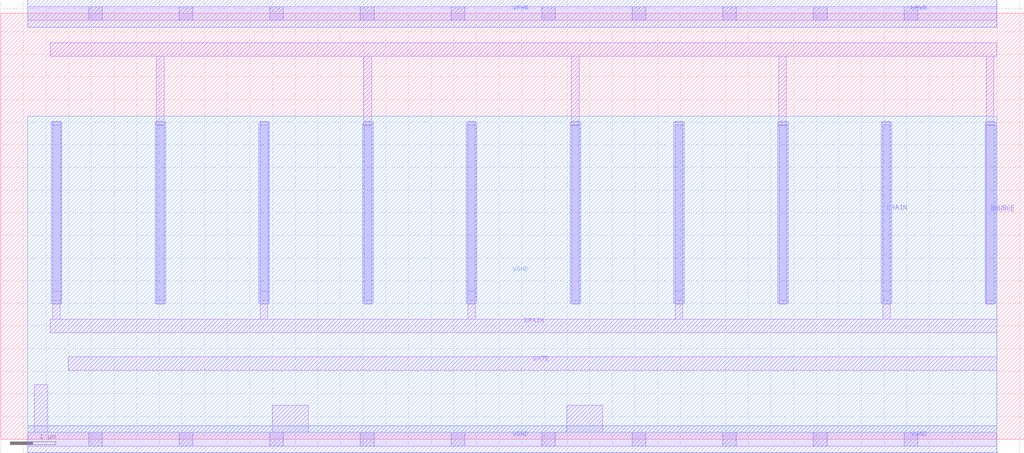
<source format=lef>
VERSION 5.7 ;
  NOWIREEXTENSIONATPIN ON ;
  DIVIDERCHAR "/" ;
  BUSBITCHARS "[]" ;
MACRO sky130_asc_nfet_01v8_lvt_9
  CLASS CORE ;
  FOREIGN sky130_asc_nfet_01v8_lvt_9 ;
  ORIGIN 0.000 0.000 ;
  SIZE 22.590 BY 9.400 ;
  SITE unitasc ;
  PIN GATE
    DIRECTION INOUT ;
    ANTENNAGATEAREA 72.000000 ;
    PORT
      LAYER li1 ;
        RECT 1.490 1.520 21.990 1.820 ;
    END
  END GATE
  PIN SOURCE
    DIRECTION INOUT ;
    ANTENNADIFFAREA 5.800000 ;
    PORT
      LAYER li1 ;
        RECT 1.090 8.450 21.990 8.750 ;
        RECT 3.435 7.020 3.605 8.450 ;
        RECT 8.015 7.020 8.185 8.450 ;
        RECT 12.595 7.020 12.765 8.450 ;
        RECT 17.175 7.020 17.345 8.450 ;
        RECT 21.755 7.020 21.925 8.450 ;
        RECT 3.435 6.930 3.610 7.020 ;
        RECT 8.015 6.930 8.190 7.020 ;
        RECT 12.595 6.930 12.770 7.020 ;
        RECT 17.175 6.930 17.350 7.020 ;
        RECT 21.755 6.930 21.930 7.020 ;
        RECT 3.440 2.980 3.610 6.930 ;
        RECT 8.020 2.980 8.190 6.930 ;
        RECT 12.600 2.980 12.770 6.930 ;
        RECT 17.180 2.980 17.350 6.930 ;
        RECT 21.760 2.980 21.930 6.930 ;
      LAYER mcon ;
        RECT 3.440 3.060 3.610 6.940 ;
        RECT 8.020 3.060 8.190 6.940 ;
        RECT 12.600 3.060 12.770 6.940 ;
        RECT 17.180 3.060 17.350 6.940 ;
        RECT 21.760 3.060 21.930 6.940 ;
      LAYER met1 ;
        RECT 3.410 3.000 3.640 7.000 ;
        RECT 7.990 3.000 8.220 7.000 ;
        RECT 12.570 3.000 12.800 7.000 ;
        RECT 17.150 3.000 17.380 7.000 ;
        RECT 21.730 3.000 21.960 7.000 ;
    END
  END SOURCE
  PIN DRAIN
    DIRECTION INOUT ;
    ANTENNADIFFAREA 5.800000 ;
    PORT
      LAYER li1 ;
        RECT 1.150 3.270 1.320 7.020 ;
        RECT 5.730 3.270 5.900 7.020 ;
        RECT 10.310 3.270 10.480 7.020 ;
        RECT 14.890 3.270 15.060 7.020 ;
        RECT 19.470 3.270 19.640 7.020 ;
        RECT 1.145 2.980 1.320 3.270 ;
        RECT 5.725 2.980 5.900 3.270 ;
        RECT 10.305 2.980 10.480 3.270 ;
        RECT 14.885 2.980 15.060 3.270 ;
        RECT 19.465 2.980 19.640 3.270 ;
        RECT 1.145 2.650 1.315 2.980 ;
        RECT 5.725 2.650 5.895 2.980 ;
        RECT 10.305 2.650 10.475 2.980 ;
        RECT 14.885 2.650 15.055 2.980 ;
        RECT 19.465 2.650 19.635 2.980 ;
        RECT 1.090 2.350 21.990 2.650 ;
      LAYER mcon ;
        RECT 1.150 3.060 1.320 6.940 ;
        RECT 5.730 3.060 5.900 6.940 ;
        RECT 10.310 3.060 10.480 6.940 ;
        RECT 14.890 3.060 15.060 6.940 ;
        RECT 19.470 3.060 19.640 6.940 ;
      LAYER met1 ;
        RECT 1.120 3.000 1.350 7.000 ;
        RECT 5.700 3.000 5.930 7.000 ;
        RECT 10.280 3.000 10.510 7.000 ;
        RECT 14.860 3.000 15.090 7.000 ;
        RECT 19.440 3.000 19.670 7.000 ;
    END
  END DRAIN
  PIN VPWR
    DIRECTION INOUT ;
    USE POWER ;
    PORT
      LAYER li1 ;
        RECT 0.600 9.250 21.990 9.550 ;
      LAYER mcon ;
        RECT 1.940 9.250 2.240 9.550 ;
        RECT 3.940 9.250 4.240 9.550 ;
        RECT 5.940 9.250 6.240 9.550 ;
        RECT 7.940 9.250 8.240 9.550 ;
        RECT 9.940 9.250 10.240 9.550 ;
        RECT 11.940 9.250 12.240 9.550 ;
        RECT 13.940 9.250 14.240 9.550 ;
        RECT 15.940 9.250 16.240 9.550 ;
        RECT 17.940 9.250 18.240 9.550 ;
        RECT 19.940 9.250 20.240 9.550 ;
      LAYER met1 ;
        RECT 0.600 9.100 21.990 9.700 ;
    END
  END VPWR
  PIN VGND
    DIRECTION INOUT ;
    USE GROUND ;
    PORT
      LAYER pwell ;
        RECT 0.600 0.150 21.990 7.130 ;
      LAYER li1 ;
        RECT 0.740 0.150 1.040 1.200 ;
        RECT 5.990 0.150 6.790 0.750 ;
        RECT 12.490 0.150 13.290 0.750 ;
        RECT 0.600 -0.150 21.990 0.150 ;
      LAYER mcon ;
        RECT 1.940 -0.150 2.240 0.150 ;
        RECT 3.940 -0.150 4.240 0.150 ;
        RECT 5.940 -0.150 6.240 0.150 ;
        RECT 7.940 -0.150 8.240 0.150 ;
        RECT 9.940 -0.150 10.240 0.150 ;
        RECT 11.940 -0.150 12.240 0.150 ;
        RECT 13.940 -0.150 14.240 0.150 ;
        RECT 15.940 -0.150 16.240 0.150 ;
        RECT 17.940 -0.150 18.240 0.150 ;
        RECT 19.940 -0.150 20.240 0.150 ;
      LAYER met1 ;
        RECT 0.600 -0.300 21.990 0.300 ;
    END
  END VGND
END sky130_asc_nfet_01v8_lvt_9
END LIBRARY


</source>
